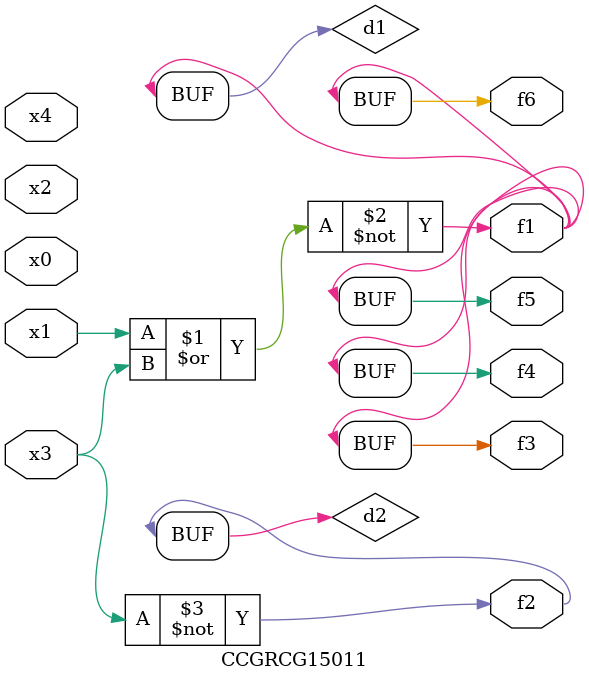
<source format=v>
module CCGRCG15011(
	input x0, x1, x2, x3, x4,
	output f1, f2, f3, f4, f5, f6
);

	wire d1, d2;

	nor (d1, x1, x3);
	not (d2, x3);
	assign f1 = d1;
	assign f2 = d2;
	assign f3 = d1;
	assign f4 = d1;
	assign f5 = d1;
	assign f6 = d1;
endmodule

</source>
